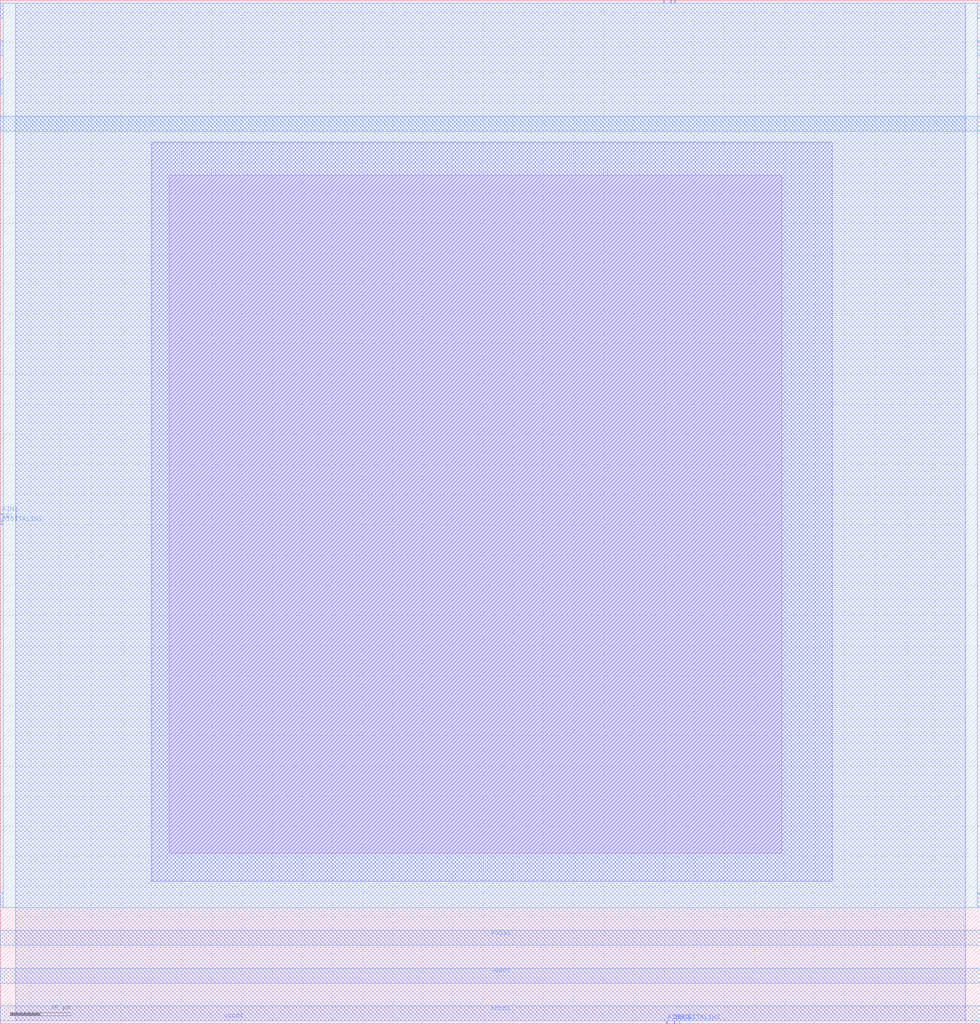
<source format=lef>
VERSION 5.7 ;
  NOWIREEXTENSIONATPIN ON ;
  DIVIDERCHAR "/" ;
  BUSBITCHARS "[]" ;
MACRO core_flat_v4
  CLASS BLOCK ;
  FOREIGN core_flat_v4 ;
  ORIGIN 400.160 350.900 ;
  SIZE 650.010 BY 679.000 ;
  PIN SEL1
    ANTENNAGATEAREA 0.600000 ;
    PORT
      LAYER met3 ;
        RECT -400.160 -17.780 -398.160 -17.180 ;
    END
  END SEL1
  PIN DIGITALIN1
    ANTENNAGATEAREA 0.600000 ;
    PORT
      LAYER met3 ;
        RECT -400.130 -19.850 -398.160 -19.250 ;
    END
  END DIGITALIN1
  PIN AIN1
    ANTENNADIFFAREA 23.199999 ;
    PORT
      LAYER met3 ;
        RECT -400.160 -13.070 -398.160 -12.470 ;
    END
  END AIN1
  PIN SEL3
    ANTENNAGATEAREA 0.600000 ;
    PORT
      LAYER met2 ;
        RECT 46.690 -350.900 46.990 -348.900 ;
    END
  END SEL3
  PIN DIGITALIN3
    ANTENNAGATEAREA 0.600000 ;
    PORT
      LAYER met2 ;
        RECT 50.250 -350.890 50.550 -348.900 ;
    END
  END DIGITALIN3
  PIN AIN3
    ANTENNADIFFAREA 23.199999 ;
    PORT
      LAYER met2 ;
        RECT 41.840 -350.900 42.140 -348.900 ;
    END
  END AIN3
  PIN SEL2
    ANTENNAGATEAREA 0.600000 ;
    PORT
      LAYER met2 ;
        RECT 44.330 326.100 44.630 328.100 ;
    END
  END SEL2
  PIN DIGITALIN2
    ANTENNAGATEAREA 0.600000 ;
    PORT
      LAYER met2 ;
        RECT 47.090 326.100 47.390 328.090 ;
    END
  END DIGITALIN2
  PIN AIN2
    ANTENNADIFFAREA 23.199999 ;
    PORT
      LAYER met2 ;
        RECT 39.740 326.100 40.040 328.100 ;
    END
  END AIN2
  PIN vssa1
    USE GROUND ;
    PORT
      LAYER met3 ;
        RECT -400.150 241.100 249.850 251.100 ;
        RECT -400.150 -273.900 -398.160 -263.900 ;
        RECT 247.850 -273.900 249.850 -263.900 ;
    END
  END vssa1
  PIN vdda1
    USE POWER ;
    PORT
      LAYER met3 ;
        RECT -400.150 266.100 -398.160 276.100 ;
        RECT 247.850 266.100 249.850 276.100 ;
        RECT -400.150 -298.900 249.850 -288.900 ;
    END
  END vdda1
  PIN vssd1
    USE GROUND ;
    PORT
      LAYER met3 ;
        RECT -400.150 291.100 -398.160 301.100 ;
        RECT 247.850 291.100 249.850 301.100 ;
        RECT -400.150 -323.900 249.850 -313.900 ;
    END
  END vssd1
  PIN vccd1
    USE POWER ;
    PORT
      LAYER met2 ;
        RECT -252.750 -348.940 -252.270 -348.900 ;
      LAYER met3 ;
        RECT -400.150 316.100 -398.160 326.100 ;
        RECT 247.850 316.100 249.850 326.100 ;
        RECT -400.150 -348.900 249.850 -338.900 ;
    END
  END vccd1
  OBS
      LAYER li1 ;
        RECT -288.090 -237.810 118.140 211.920 ;
      LAYER met1 ;
        RECT -299.830 -256.200 151.420 233.660 ;
      LAYER met2 ;
        RECT -390.150 -348.900 239.850 326.100 ;
      LAYER met3 ;
        RECT -398.160 -273.900 247.850 326.100 ;
  END
END core_flat_v4
END LIBRARY


</source>
